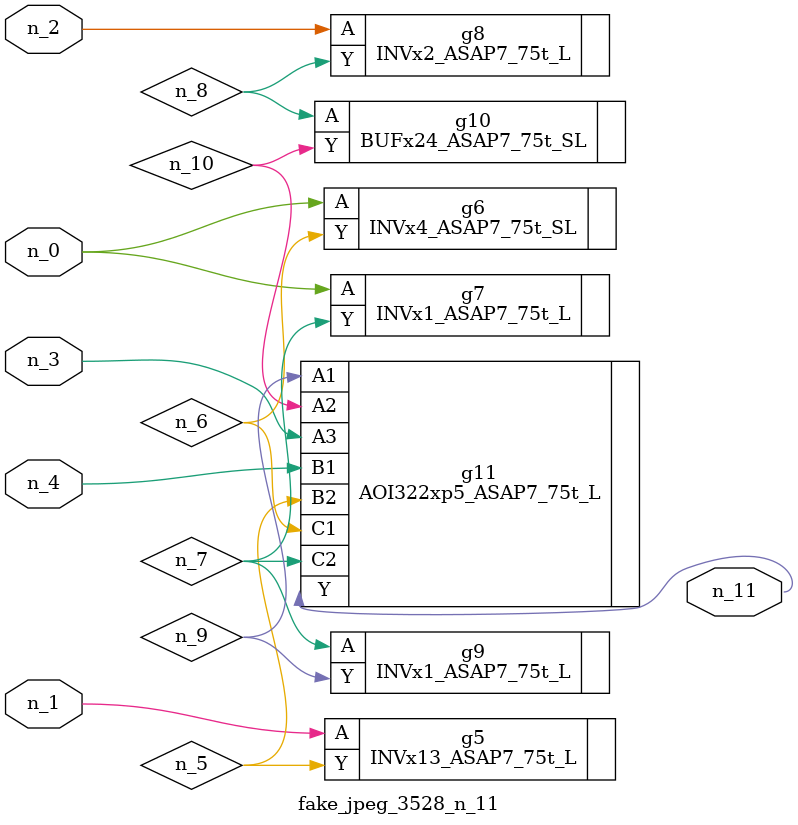
<source format=v>
module fake_jpeg_3528_n_11 (n_3, n_2, n_1, n_0, n_4, n_11);

input n_3;
input n_2;
input n_1;
input n_0;
input n_4;

output n_11;

wire n_10;
wire n_8;
wire n_9;
wire n_6;
wire n_5;
wire n_7;

INVx13_ASAP7_75t_L g5 ( 
.A(n_1),
.Y(n_5)
);

INVx4_ASAP7_75t_SL g6 ( 
.A(n_0),
.Y(n_6)
);

INVx1_ASAP7_75t_L g7 ( 
.A(n_0),
.Y(n_7)
);

INVx2_ASAP7_75t_L g8 ( 
.A(n_2),
.Y(n_8)
);

INVx1_ASAP7_75t_L g9 ( 
.A(n_7),
.Y(n_9)
);

AOI322xp5_ASAP7_75t_L g11 ( 
.A1(n_9),
.A2(n_10),
.A3(n_3),
.B1(n_4),
.B2(n_5),
.C1(n_6),
.C2(n_7),
.Y(n_11)
);

BUFx24_ASAP7_75t_SL g10 ( 
.A(n_8),
.Y(n_10)
);


endmodule
</source>
